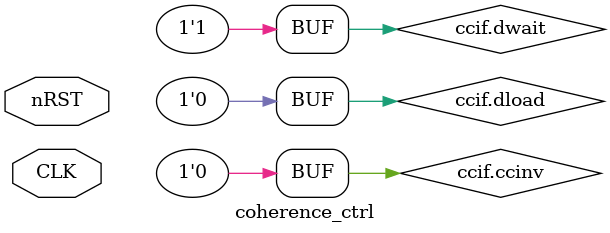
<source format=sv>
/*
*	Copyright 2022 Purdue University
*		
*	Licensed under the Apache License, Version 2.0 (the "License");
*	you may not use this file except in compliance with the License.
*	You may obtain a copy of the License at
*		
*	    http://www.apache.org/licenses/LICENSE-2.0
*		
*	Unless required by applicable law or agreed to in writing, software
*	distributed under the License is distributed on an "AS IS" BASIS,
*	WITHOUT WARRANTIES OR CONDITIONS OF ANY KIND, either express or implied.
*	See the License for the specific language governing permissions and
*	limitations under the License.
*
*
*	Filename:     coherence_ctrl.sv
*
*	Created by:   Jiahao Xu
*	Email:        xu1392@purdue.edu
*	Date Created: 02/01/2022
*	Description:  A coherennce controler implentation based on MESI Protocol.
*/

`include "generic_bus_if.vh"
`include "coherence_ctrl_if.vh"
//`include "rv32i_types_pkg.sv"

typedef enum logic[4:0] {  
    IDLE, EIDLE, WB, INV, 
    SNP1, SNP2, 
    LOAD1, LOAD2,  
    LOADEX1, LOADEX2, LOADEX3,  
    FWDWB1, FWDWB2, FWDWB3,
    FWDEX1, FWDEX2, FWDEX3
} cc_state_t;

module coherence_ctrl #( 
    parameter BLOCK_SIZE = 2    // set how many words are there in a block. 
)(  
    input logic CLK, nRST, 
    coherence_ctrl_if.cc ccif
    // TODO add generic bus to do the testbench. 
);  
    localparam COUNTER_LENGTH = $clog2(BLOCK_SIZE);
    logic [COUNTER_LENGTH : 0] word_counter, next_word_counter; 
    cc_state_t s, ns; 
    logic prid, nprid;  // need change its width if more than dual core. 
    
    assign ccif.ccsnpaddr[0] = ccif.daddr[1]; 
    assign ccif.ccsnpaddr[1] = ccif.daddr[0]; 

    always_ff @(posedge CLK or negedge nRST) begin 
        if (~nRST) begin
            prid <= 0; 
            s <= IDLE; 
            word_counter <= '0; 
        end
        else begin
            prid <= nprid; 
            s <= ns; 
            word_counter <= next_word_counter; 
        end
    end

    always_comb begin
        nprid = prid; 
        ns = s; 
        next_word_counter = word_counter; 
        ccif.dwait = '1; 
        ccif.dload = '0; 
        ccif.ccwait = '0; 
        ccif.ccinv = '0; 
        ccif.l2addr = '0; 
        ccif.l2store = '0; 
        ccif.l2REN = '0; 
        ccif.l2WEN = '0; 
        casez (s)
            IDLE, EIDLE: begin
                nprid = ccif.cctrans[~prid] ? ~prid : prid;
                if (ccif.cctrans[nprid]) begin
                    if (ccif.dWEN[nprid]) ns = WB; 
                    else if (ccif.dREN[nprid]) ns = SNP1; 
                    else ns = INV; 
                end
                else ns = IDLE; 
            end
            SNP1: begin
                ccif.ccwait[~prid] = 1'b1; 
                // wait as many cycles as the L1 Cache makes a response.
                // could be more cycles when intergrating. 
                ns = SNP2;  
            end
            SNP2: begin
                ccif.ccwait[~prid] = 1'b1; 
                if (ccif.cctrans[prid] && ccif.ccwrite[prid]) begin
                    // this is a write.
                    ns = ccif.cchit[~prid] && ccif.ccdirty[~prid] ? FWDEX1 : LOADEX1; 
                end
                else if (ccif.cctrans[prid] && ~ccif.ccwrite[prid]) begin
                    // just a read. 
                    ns = ccif.cchit[~prid] && ccif.ccdirty[~prid] ? FWDWB1 : LOAD1; 
                end
                else ns = EIDLE; // should not happen. 
            end
            /***************************************************************************
            * LOAD: load the word from L2 to L1 and set the shared bit (E/S)           *
            ****************************************************************************/
            LOAD1: begin // load  word from L2 Cache. 
                ccif.l2REN = 1'b1; 
                ccif.l2addr = ccif.daddr[prid]; 
                ccif.dload[prid] = ccif.l2load; 
                ccif.dwait[prid] = ~(ccif.l2state == L2_ACCESS); 
                ccif.ccexclusive[prid] = ~ccif.cchit[~prid]; 
                ns = (ccif.l2state == L2_ACCESS) ? LOAD2 : LOAD1; 
            end
            LOAD2: begin // increase the word counter. determine if meets the block size.
                ccif.ccexclusive[prid] = ~ccif.cchit[~prid]; 
                ns = ($unsigned(word_counter + 1) < $unsigned(BLOCK_SIZE)) ? LOAD1 : IDLE; 
                next_word_counter = (ns == LOAD1) ? word_counter+1 : 0; 
            end
            /***************************************************************************
            * FWDWB: cache-to-cache transfer, update the L2 copy, happens only when    *
            *        there is M->S (general bus read from other core).                 *
            ****************************************************************************/
            FWDWB1: begin // supply the word to cache. 
                ccif.dload[prid] = ccif.dstore[~prid]; 
                ccif.dwait[prid] = 1'b0; 
                ns = FWDWB2; 
            end
            FWDWB2: begin // write the word to L2. 
                ccif.l2store = ccif.dstore[prid]; 
                ccif.l2addr = ccif.daddr[prid]; 
                ccif.l2WEN = 1'b1; 
                ccif.dwait[~prid] = ~(ccif.l2state == L2_ACCESS); 
                ns = (ccif.l2state == L2_ACCESS) ? FWDWB3 : FWDWB2;   
            end
            FWDWB3: begin // increase the word counter. determine if meets the block size.
                ns = ($unsigned(word_counter + 1) < $unsigned(BLOCK_SIZE)) ? FWDWB1 : IDLE; 
                next_word_counter = (ns == FWDWB1) ? word_counter+1 : 0; 
            end
            /***************************************************************************
            * FWDEX: cache-to-cache transfer, not update the L2 copy, invalidate other 
            *        copies. happens when I->M, M->I
            ****************************************************************************/
            FWDEX1: begin   // supply the word from cache to cache. 
                ccif.ccwait[~prid] = 1'b1; 
                ccif.dload[prid] = ccif.dstore[~prid]; 
                ccif.dwait[prid] = 1'b0; 
                ns = FWDEX2; 
            end
            FWDEX2: begin   // increase the word counter. determine if meets the block size.
                ccif.ccwait[~prid] = 1'b1; 
                ns = ($unsigned(word_counter + 1) < $unsigned(BLOCK_SIZE)) ? FWDEX1 : FWDEX3; 
                next_word_counter = (ns == FWDEX1) ? word_counter+1 : 0; 
            end
            FWDEX3: begin   // invalidate the other copy.
                ccif.ccwait[~prid] = 1'b1; 
                ccif.ccinv[~prid] = 1'b1; 
                ns = IDLE; 
            end
            /***************************************************************************
            * LOADEX: this core has a write request. load from L2, invalidate other copies.
            ****************************************************************************/
            LOADEX1: begin  // load word from L2. 
                ccif.l2REN = 1'b1; 
                ccif.l2addr = ccif.daddr[prid]; 
                ccif.dload[prid] = ccif.l2load; 
                ccif.dwait[prid] = ~(ccif.l2state == L2_ACCESS); 
                ccif.ccexclusive[prid] = 1'b1; 
                ccif.ccwait[~prid] = 1'b1; 
                ns = (ccif.l2state == L2_ACCESS) ? LOADEX2 : LOADEX1; 
            end
            LOADEX2: begin  // increment word counter, determine if it meets the block size.
                ccif.ccexclusive[prid] = 1'b1; 
                ccif.ccwait[~prid] = 1'b1; 
                ns = ($unsigned(word_counter + 1) < $unsigned(BLOCK_SIZE)) ? FWDEX1 : FWDEX3; 
                next_word_counter = (ns == FWDEX1) ? word_counter+1 : 0; 
            end
            LOADEX3: begin  // invalidate other copies.
                ccif.ccinv[~prid] = 1'b1; 
                ccif.ccwait[~prid] = 1'b1; 
                ns = IDLE; 
            end
            INV: begin
                ccif.ccinv[~prid] = 1'b1; 
                ccif.ccwait= '1; 
                ns = IDLE; 
            end
        endcase
    end
endmodule
</source>
